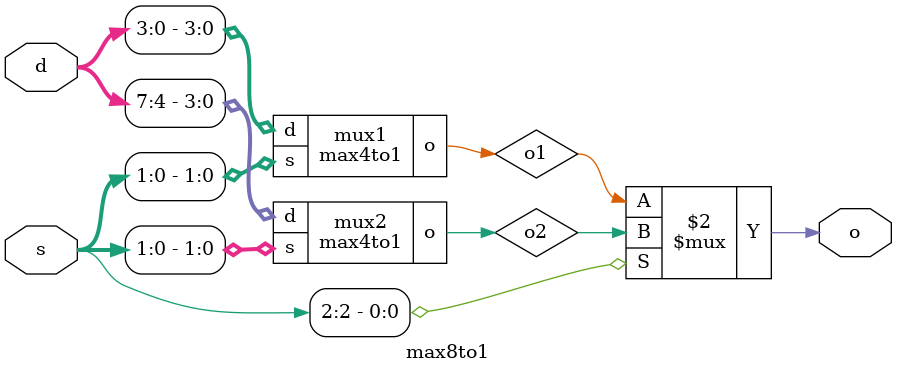
<source format=v>
`timescale 1ns / 1ps
module max4to1(
    input [1:0]s,
    input [3:0]d,
    output o
);

assign o = (((!s[1])&(!s[0]))&(d[0])) | (((!s[1])&(s[0]))&(d[1])) | (((s[1])&(!s[0]))&(d[2]))  | (((s[1])&(s[0]))&(d[3]));

endmodule

module max8to1(
    input [2:0]s,
    input [7:0]d,
    output o
);
wire o1,o2;

max4to1 mux1(.d(d[3:0]),.s(s[1:0]),.o(o1));
max4to1 mux2(.d(d[7:4]),.s(s[1:0]),.o(o2));
assign o=s[2]==1?o2:o1;

endmodule

</source>
